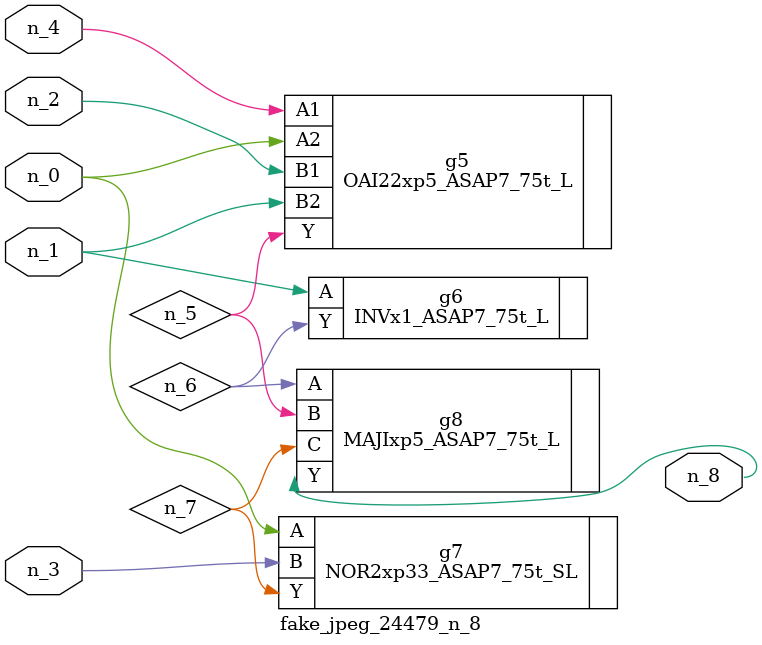
<source format=v>
module fake_jpeg_24479_n_8 (n_3, n_2, n_1, n_0, n_4, n_8);

input n_3;
input n_2;
input n_1;
input n_0;
input n_4;

output n_8;

wire n_6;
wire n_5;
wire n_7;

OAI22xp5_ASAP7_75t_L g5 ( 
.A1(n_4),
.A2(n_0),
.B1(n_2),
.B2(n_1),
.Y(n_5)
);

INVx1_ASAP7_75t_L g6 ( 
.A(n_1),
.Y(n_6)
);

NOR2xp33_ASAP7_75t_SL g7 ( 
.A(n_0),
.B(n_3),
.Y(n_7)
);

MAJIxp5_ASAP7_75t_L g8 ( 
.A(n_6),
.B(n_5),
.C(n_7),
.Y(n_8)
);


endmodule
</source>
